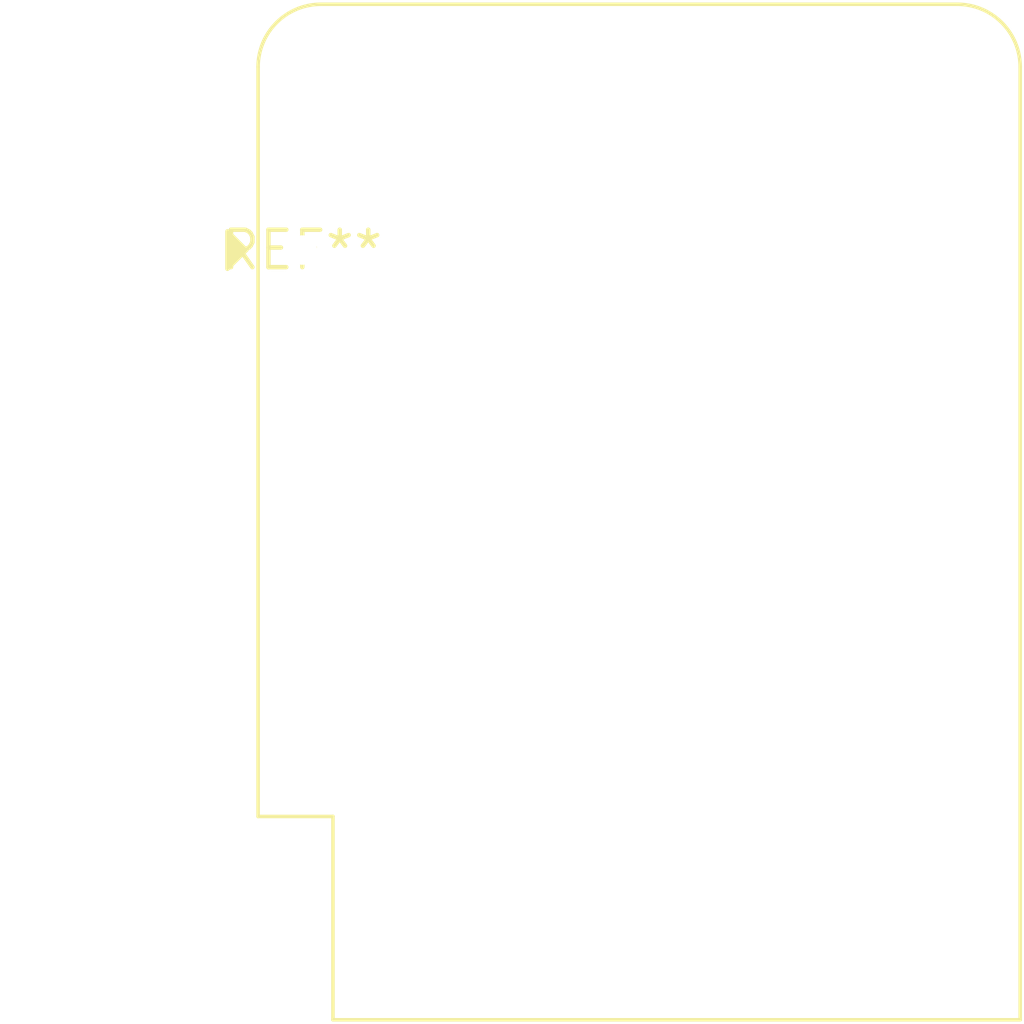
<source format=kicad_pcb>
(kicad_pcb (version 20240108) (generator pcbnew)
  (layers (0 "F.Cu" signal) (31 "B.Cu" signal) (34 "B.Paste" user) (35 "F.Paste" user) (36 "B.SilkS" user "B.Silkscreen") (37 "F.SilkS" user "F.Silkscreen") (38 "B.Mask" user) (39 "F.Mask" user) (44 "Edge.Cuts" user))
  (net 0 "")
  (footprint "WEMOS_D1_mini_light" (layer "F.Cu") (at 0 0)
    (property "Reference" "REF**")
    (property "Value" "WEMOS_D1_mini_light")
    (fp_line (start -1.5 19.22) (end -1.5 -6.21) (layer "F.SilkS") (stroke (width 0.12)))
    (fp_line (start -1.5 19.22) (end 1.04 19.22) (layer "F.SilkS") (stroke (width 0.12)))
    (fp_line (start 1.04 19.22) (end 1.04 26.12) (layer "F.SilkS") (stroke (width 0.12)))
    (fp_line (start 1.04 26.12) (end 24.36 26.12) (layer "F.SilkS") (stroke (width 0.12)))
    (fp_line (start 22.24 -8.34) (end 0.63 -8.34) (layer "F.SilkS") (stroke (width 0.12)))
    (fp_line (start 24.36 26.12) (end 24.36 -6.21) (layer "F.SilkS") (stroke (width 0.12)))
    (fp_arc (start -1.5 -6.21) (mid -0.876137 -7.716137) (end 0.63 -8.34) (layer "F.SilkS") (stroke (width 0.12)))
    (fp_arc (start 22.23 -8.34) (mid 23.736137 -7.716137) (end 24.36 -6.21) (layer "F.SilkS") (stroke (width 0.12)))
    (fp_poly (pts (xy -2.54 -0.635) (xy -2.54 0.635) (xy -1.905 0)) (layer "F.SilkS") (stroke (width 0.15)) (fill solid))
    (pad "1" thru_hole rect (at 0 0) (size 2 2) (drill 1) (layers *.Cu *.Mask) (remove_unused_layers))
    (pad "2" thru_hole oval (at 0 2.54) (size 2 1.6) (drill 1) (layers *.Cu *.Mask) (remove_unused_layers))
    (pad "3" thru_hole oval (at 0 5.08) (size 2 1.6) (drill 1) (layers *.Cu *.Mask) (remove_unused_layers))
    (pad "4" thru_hole oval (at 0 7.62) (size 2 1.6) (drill 1) (layers *.Cu *.Mask) (remove_unused_layers))
    (pad "5" thru_hole oval (at 0 10.16) (size 2 1.6) (drill 1) (layers *.Cu *.Mask) (remove_unused_layers))
    (pad "6" thru_hole oval (at 0 12.7) (size 2 1.6) (drill 1) (layers *.Cu *.Mask) (remove_unused_layers))
    (pad "7" thru_hole oval (at 0 15.24) (size 2 1.6) (drill 1) (layers *.Cu *.Mask) (remove_unused_layers))
    (pad "8" thru_hole oval (at 0 17.78) (size 2 1.6) (drill 1) (layers *.Cu *.Mask) (remove_unused_layers))
    (pad "9" thru_hole oval (at 22.86 17.78) (size 2 1.6) (drill 1) (layers *.Cu *.Mask) (remove_unused_layers))
    (pad "10" thru_hole oval (at 22.86 15.24) (size 2 1.6) (drill 1) (layers *.Cu *.Mask) (remove_unused_layers))
    (pad "11" thru_hole oval (at 22.86 12.7) (size 2 1.6) (drill 1) (layers *.Cu *.Mask) (remove_unused_layers))
    (pad "12" thru_hole oval (at 22.86 10.16) (size 2 1.6) (drill 1) (layers *.Cu *.Mask) (remove_unused_layers))
    (pad "13" thru_hole oval (at 22.86 7.62) (size 2 1.6) (drill 1) (layers *.Cu *.Mask) (remove_unused_layers))
    (pad "14" thru_hole oval (at 22.86 5.08) (size 2 1.6) (drill 1) (layers *.Cu *.Mask) (remove_unused_layers))
    (pad "15" thru_hole oval (at 22.86 2.54) (size 2 1.6) (drill 1) (layers *.Cu *.Mask) (remove_unused_layers))
    (pad "16" thru_hole oval (at 22.86 0) (size 2 1.6) (drill 1) (layers *.Cu *.Mask) (remove_unused_layers))
  )
)
</source>
